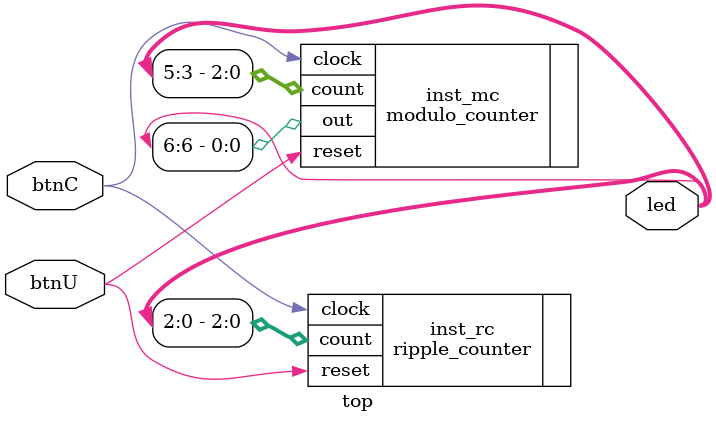
<source format=v>
`timescale 1ns / 1ps


module top(
    input btnU,
    input btnC,
    output [6:0] led

    );
   
    modulo_counter inst_mc(
        .clock(btnC),
        .reset(btnU),
        .count(led[5:3]),
        .out(led[6])
    );
    
    ripple_counter inst_rc(
        .clock(btnC),
        .reset(btnU),
        .count(led[2:0])
    );
endmodule

</source>
